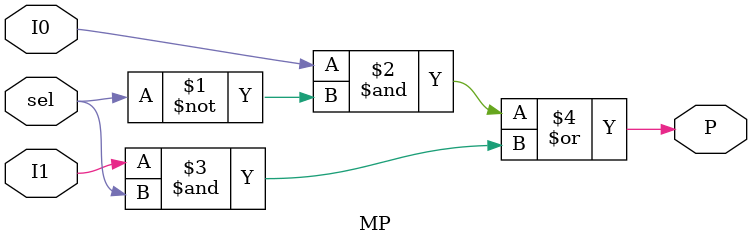
<source format=v>
`timescale 1ns / 1ps


module MP(
    input sel,
    input I0,
    input I1,
    output P
    );
    
    assign P =  (I0&(~sel))|(I1&sel);
endmodule

</source>
